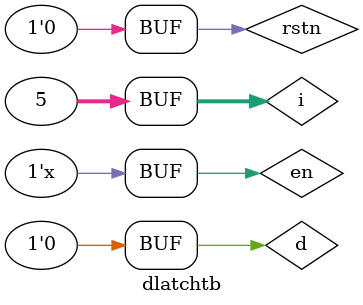
<source format=v>
module dlatchtb;
reg d,en,rstn;
wire q;
integer i;
dlatch uut(.d(d),
	   .en(en),
	   .rstn(rstn),
	   .q(q));
   initial
   begin
	   $dumpfile("dump.vcd");
	   $dumpvars(0,dlatchtb);
	   d<=0;
	   en<=0;
	   rstn<=0;
	   for (i=0;i<5;i=i+1)
	   begin
		   #2 en<=~en;
		   #2 d<=i;
	   end
   end
   endmodule

</source>
